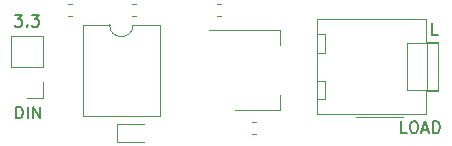
<source format=gto>
G04 #@! TF.GenerationSoftware,KiCad,Pcbnew,5.0.2-bee76a0~70~ubuntu18.04.1*
G04 #@! TF.CreationDate,2020-07-16T16:32:00+05:30*
G04 #@! TF.ProjectId,plug_with_power_1A_v1.1,706c7567-5f77-4697-9468-5f706f776572,rev?*
G04 #@! TF.SameCoordinates,Original*
G04 #@! TF.FileFunction,Legend,Top*
G04 #@! TF.FilePolarity,Positive*
%FSLAX46Y46*%
G04 Gerber Fmt 4.6, Leading zero omitted, Abs format (unit mm)*
G04 Created by KiCad (PCBNEW 5.0.2-bee76a0~70~ubuntu18.04.1) date Thu Jul 16 16:32:00 2020*
%MOMM*%
%LPD*%
G01*
G04 APERTURE LIST*
%ADD10C,0.200000*%
%ADD11C,0.120000*%
G04 APERTURE END LIST*
D10*
X93526190Y-81177380D02*
X93526190Y-80177380D01*
X93764285Y-80177380D01*
X93907142Y-80225000D01*
X94002380Y-80320238D01*
X94050000Y-80415476D01*
X94097619Y-80605952D01*
X94097619Y-80748809D01*
X94050000Y-80939285D01*
X94002380Y-81034523D01*
X93907142Y-81129761D01*
X93764285Y-81177380D01*
X93526190Y-81177380D01*
X94526190Y-81177380D02*
X94526190Y-80177380D01*
X95002380Y-81177380D02*
X95002380Y-80177380D01*
X95573809Y-81177380D01*
X95573809Y-80177380D01*
X93427380Y-72402380D02*
X94046428Y-72402380D01*
X93713095Y-72783333D01*
X93855952Y-72783333D01*
X93951190Y-72830952D01*
X93998809Y-72878571D01*
X94046428Y-72973809D01*
X94046428Y-73211904D01*
X93998809Y-73307142D01*
X93951190Y-73354761D01*
X93855952Y-73402380D01*
X93570238Y-73402380D01*
X93475000Y-73354761D01*
X93427380Y-73307142D01*
X94475000Y-73307142D02*
X94522619Y-73354761D01*
X94475000Y-73402380D01*
X94427380Y-73354761D01*
X94475000Y-73307142D01*
X94475000Y-73402380D01*
X94855952Y-72402380D02*
X95475000Y-72402380D01*
X95141666Y-72783333D01*
X95284523Y-72783333D01*
X95379761Y-72830952D01*
X95427380Y-72878571D01*
X95475000Y-72973809D01*
X95475000Y-73211904D01*
X95427380Y-73307142D01*
X95379761Y-73354761D01*
X95284523Y-73402380D01*
X94998809Y-73402380D01*
X94903571Y-73354761D01*
X94855952Y-73307142D01*
X129234523Y-74077380D02*
X128758333Y-74077380D01*
X128758333Y-73077380D01*
X126607142Y-82427380D02*
X126130952Y-82427380D01*
X126130952Y-81427380D01*
X127130952Y-81427380D02*
X127321428Y-81427380D01*
X127416666Y-81475000D01*
X127511904Y-81570238D01*
X127559523Y-81760714D01*
X127559523Y-82094047D01*
X127511904Y-82284523D01*
X127416666Y-82379761D01*
X127321428Y-82427380D01*
X127130952Y-82427380D01*
X127035714Y-82379761D01*
X126940476Y-82284523D01*
X126892857Y-82094047D01*
X126892857Y-81760714D01*
X126940476Y-81570238D01*
X127035714Y-81475000D01*
X127130952Y-81427380D01*
X127940476Y-82141666D02*
X128416666Y-82141666D01*
X127845238Y-82427380D02*
X128178571Y-81427380D01*
X128511904Y-82427380D01*
X128845238Y-82427380D02*
X128845238Y-81427380D01*
X129083333Y-81427380D01*
X129226190Y-81475000D01*
X129321428Y-81570238D01*
X129369047Y-81665476D01*
X129416666Y-81855952D01*
X129416666Y-81998809D01*
X129369047Y-82189285D01*
X129321428Y-82284523D01*
X129226190Y-82379761D01*
X129083333Y-82427380D01*
X128845238Y-82427380D01*
D11*
G04 #@! TO.C,R1*
X98287779Y-72485000D02*
X97962221Y-72485000D01*
X98287779Y-71465000D02*
X97962221Y-71465000D01*
G04 #@! TO.C,R3*
X113850279Y-82485000D02*
X113524721Y-82485000D01*
X113850279Y-81465000D02*
X113524721Y-81465000D01*
G04 #@! TO.C,R4*
X110867779Y-71465000D02*
X110542221Y-71465000D01*
X110867779Y-72485000D02*
X110542221Y-72485000D01*
G04 #@! TO.C,U1*
X103445000Y-73255000D02*
G75*
G02X101445000Y-73255000I-1000000J0D01*
G01*
X101445000Y-73255000D02*
X99210000Y-73255000D01*
X99210000Y-73255000D02*
X99210000Y-80995000D01*
X99210000Y-80995000D02*
X105680000Y-80995000D01*
X105680000Y-80995000D02*
X105680000Y-73255000D01*
X105680000Y-73255000D02*
X103445000Y-73255000D01*
G04 #@! TO.C,D1*
X104337500Y-81690000D02*
X102052500Y-81690000D01*
X102052500Y-81690000D02*
X102052500Y-83160000D01*
X102052500Y-83160000D02*
X104337500Y-83160000D01*
G04 #@! TO.C,R2*
X103374721Y-71465000D02*
X103700279Y-71465000D01*
X103374721Y-72485000D02*
X103700279Y-72485000D01*
G04 #@! TO.C,D2*
X109850000Y-73665000D02*
X115860000Y-73665000D01*
X112100000Y-80485000D02*
X115860000Y-80485000D01*
X115860000Y-73665000D02*
X115860000Y-74925000D01*
X115860000Y-80485000D02*
X115860000Y-79225000D01*
G04 #@! TO.C,J1*
X95805000Y-74220000D02*
X93145000Y-74220000D01*
X95805000Y-76820000D02*
X95805000Y-74220000D01*
X93145000Y-76820000D02*
X93145000Y-74220000D01*
X95805000Y-76820000D02*
X93145000Y-76820000D01*
X95805000Y-78090000D02*
X95805000Y-79420000D01*
X95805000Y-79420000D02*
X94475000Y-79420000D01*
G04 #@! TO.C,J2*
X119055000Y-80795000D02*
X119055000Y-72795000D01*
X119055000Y-72795000D02*
X128280000Y-72795000D01*
X128280000Y-72795000D02*
X128280000Y-74700000D01*
X128280000Y-74700000D02*
X129285000Y-74700000D01*
X129285000Y-74700000D02*
X129285000Y-78890000D01*
X129285000Y-78890000D02*
X128280000Y-78890000D01*
X128280000Y-78890000D02*
X128280000Y-80795000D01*
X128280000Y-80795000D02*
X119055000Y-80795000D01*
X122275000Y-81085000D02*
X126275000Y-81085000D01*
X129285000Y-78775000D02*
X128285000Y-78775000D01*
X128285000Y-78775000D02*
X128285000Y-74815000D01*
X128285000Y-74815000D02*
X129285000Y-74815000D01*
X128285000Y-78775000D02*
X126615000Y-78775000D01*
X126615000Y-78775000D02*
X126615000Y-74815000D01*
X126615000Y-74815000D02*
X128285000Y-74815000D01*
X119055000Y-79575000D02*
X119655000Y-79575000D01*
X119655000Y-79575000D02*
X119655000Y-77975000D01*
X119655000Y-77975000D02*
X119055000Y-77975000D01*
X119055000Y-75615000D02*
X119655000Y-75615000D01*
X119655000Y-75615000D02*
X119655000Y-74015000D01*
X119655000Y-74015000D02*
X119055000Y-74015000D01*
G04 #@! TD*
M02*

</source>
